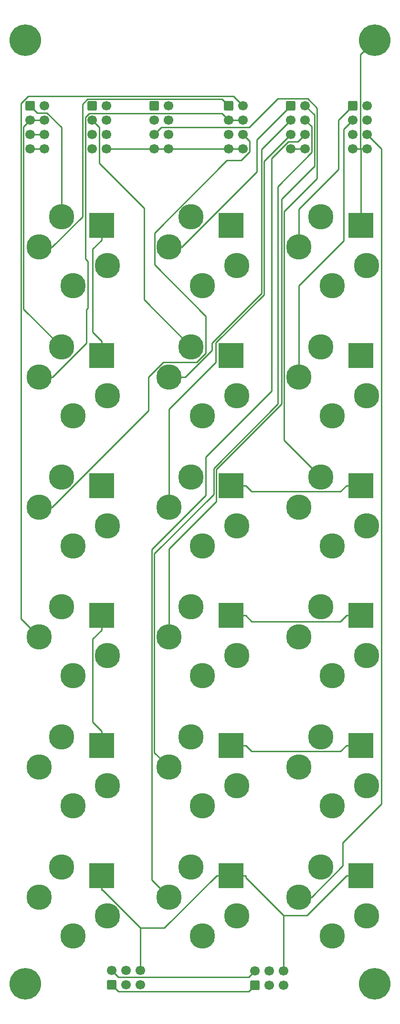
<source format=gbr>
%TF.GenerationSoftware,KiCad,Pcbnew,7.0.1*%
%TF.CreationDate,2023-03-13T20:41:13+00:00*%
%TF.ProjectId,KOSMO-POLY6-JACKS,4b4f534d-4f2d-4504-9f4c-59362d4a4143,v0.1.1*%
%TF.SameCoordinates,Original*%
%TF.FileFunction,Copper,L2,Bot*%
%TF.FilePolarity,Positive*%
%FSLAX46Y46*%
G04 Gerber Fmt 4.6, Leading zero omitted, Abs format (unit mm)*
G04 Created by KiCad (PCBNEW 7.0.1) date 2023-03-13 20:41:13*
%MOMM*%
%LPD*%
G01*
G04 APERTURE LIST*
G04 Aperture macros list*
%AMRoundRect*
0 Rectangle with rounded corners*
0 $1 Rounding radius*
0 $2 $3 $4 $5 $6 $7 $8 $9 X,Y pos of 4 corners*
0 Add a 4 corners polygon primitive as box body*
4,1,4,$2,$3,$4,$5,$6,$7,$8,$9,$2,$3,0*
0 Add four circle primitives for the rounded corners*
1,1,$1+$1,$2,$3*
1,1,$1+$1,$4,$5*
1,1,$1+$1,$6,$7*
1,1,$1+$1,$8,$9*
0 Add four rect primitives between the rounded corners*
20,1,$1+$1,$2,$3,$4,$5,0*
20,1,$1+$1,$4,$5,$6,$7,0*
20,1,$1+$1,$6,$7,$8,$9,0*
20,1,$1+$1,$8,$9,$2,$3,0*%
G04 Aperture macros list end*
%TA.AperFunction,ComponentPad*%
%ADD10RoundRect,0.250000X-0.600000X-0.600000X0.600000X-0.600000X0.600000X0.600000X-0.600000X0.600000X0*%
%TD*%
%TA.AperFunction,ComponentPad*%
%ADD11C,1.700000*%
%TD*%
%TA.AperFunction,ComponentPad*%
%ADD12C,5.600000*%
%TD*%
%TA.AperFunction,ComponentPad*%
%ADD13RoundRect,0.250000X0.600000X-0.600000X0.600000X0.600000X-0.600000X0.600000X-0.600000X-0.600000X0*%
%TD*%
%TA.AperFunction,ComponentPad*%
%ADD14R,4.500000X4.500000*%
%TD*%
%TA.AperFunction,ComponentPad*%
%ADD15C,4.500000*%
%TD*%
%TA.AperFunction,Conductor*%
%ADD16C,0.250000*%
%TD*%
G04 APERTURE END LIST*
D10*
%TO.P,GATE_OUT1,1*%
%TO.N,GATE_OUT0-N*%
X58538000Y-31435000D03*
D11*
%TO.P,GATE_OUT1,2*%
%TO.N,GATE_OUT3-N*%
X61078000Y-31435000D03*
%TO.P,GATE_OUT1,3*%
%TO.N,GATE_OUT1-N*%
X58538000Y-33975000D03*
%TO.P,GATE_OUT1,4*%
X61078000Y-33975000D03*
%TO.P,GATE_OUT1,5*%
%TO.N,GATE_OUT2-N*%
X58538000Y-36515000D03*
%TO.P,GATE_OUT1,6*%
X61078000Y-36515000D03*
%TO.P,GATE_OUT1,7*%
%TO.N,GND-S*%
X58538000Y-39055000D03*
%TO.P,GATE_OUT1,8*%
X61078000Y-39055000D03*
%TD*%
D12*
%TO.P,H1,1*%
%TO.N,GND-S*%
X119657000Y-19835000D03*
%TD*%
%TO.P,H2,1*%
%TO.N,GND-S*%
X57657000Y-19837000D03*
%TD*%
%TO.P,H3,1*%
%TO.N,GND-S*%
X57669000Y-186831000D03*
%TD*%
%TO.P,H4,1*%
%TO.N,GND-S*%
X119655000Y-186829000D03*
%TD*%
D10*
%TO.P,PULSE_IN1,1*%
%TO.N,PULSE_OUT0-S*%
X115743000Y-31435000D03*
D11*
%TO.P,PULSE_IN1,2*%
%TO.N,PULSE_OUT3-S*%
X118283000Y-31435000D03*
%TO.P,PULSE_IN1,3*%
%TO.N,PULSE_OUT1-S*%
X115743000Y-33975000D03*
%TO.P,PULSE_IN1,4*%
%TO.N,PULSE_OUT4-S*%
X118283000Y-33975000D03*
%TO.P,PULSE_IN1,5*%
%TO.N,PULSE_OUT2-S*%
X115743000Y-36515000D03*
%TO.P,PULSE_IN1,6*%
%TO.N,PULSE_OUT5-S*%
X118283000Y-36515000D03*
%TO.P,PULSE_IN1,7*%
%TO.N,GND-S*%
X115743000Y-39055000D03*
%TO.P,PULSE_IN1,8*%
X118283000Y-39055000D03*
%TD*%
D10*
%TO.P,PULSE_OUT1,1*%
%TO.N,PULSE_OUT0-N*%
X80538000Y-31435000D03*
D11*
%TO.P,PULSE_OUT1,2*%
%TO.N,PULSE_OUT3-N*%
X83078000Y-31435000D03*
%TO.P,PULSE_OUT1,3*%
%TO.N,PULSE_OUT1-N*%
X80538000Y-33975000D03*
%TO.P,PULSE_OUT1,4*%
%TO.N,PULSE_OUT4-N*%
X83078000Y-33975000D03*
%TO.P,PULSE_OUT1,5*%
%TO.N,PULSE_OUT2-N*%
X80538000Y-36515000D03*
%TO.P,PULSE_OUT1,6*%
%TO.N,PULSE_OUT5-N*%
X83078000Y-36515000D03*
%TO.P,PULSE_OUT1,7*%
%TO.N,GND-S*%
X80538000Y-39055000D03*
%TO.P,PULSE_OUT1,8*%
X83078000Y-39055000D03*
%TD*%
D10*
%TO.P,RAMP_IN1,1*%
%TO.N,RAMP_OUT0-S*%
X104743000Y-31435000D03*
D11*
%TO.P,RAMP_IN1,2*%
%TO.N,RAMP_OUT3-S*%
X107283000Y-31435000D03*
%TO.P,RAMP_IN1,3*%
%TO.N,RAMP_OUT1-S*%
X104743000Y-33975000D03*
%TO.P,RAMP_IN1,4*%
%TO.N,RAMP_OUT4-S*%
X107283000Y-33975000D03*
%TO.P,RAMP_IN1,5*%
%TO.N,RAMP_OUT2-S*%
X104743000Y-36515000D03*
%TO.P,RAMP_IN1,6*%
%TO.N,RAMP_OUT5-S*%
X107283000Y-36515000D03*
%TO.P,RAMP_IN1,7*%
%TO.N,GND-S*%
X104743000Y-39055000D03*
%TO.P,RAMP_IN1,8*%
X107283000Y-39055000D03*
%TD*%
D10*
%TO.P,RAMP_OUT1,1*%
%TO.N,RAMP_OUT0-N*%
X69538000Y-31435000D03*
D11*
%TO.P,RAMP_OUT1,2*%
%TO.N,RAMP_OUT3-N*%
X72078000Y-31435000D03*
%TO.P,RAMP_OUT1,3*%
%TO.N,RAMP_OUT1-N*%
X69538000Y-33975000D03*
%TO.P,RAMP_OUT1,4*%
%TO.N,RAMP_OUT4-N*%
X72078000Y-33975000D03*
%TO.P,RAMP_OUT1,5*%
%TO.N,RAMP_OUT2-N*%
X69538000Y-36515000D03*
%TO.P,RAMP_OUT1,6*%
%TO.N,RAMP_OUT5-N*%
X72078000Y-36515000D03*
%TO.P,RAMP_OUT1,7*%
%TO.N,GND-S*%
X69538000Y-39055000D03*
%TO.P,RAMP_OUT1,8*%
X72078000Y-39055000D03*
%TD*%
D13*
%TO.P,PowerIN1,1*%
%TO.N,+12V*%
X72973000Y-186988000D03*
D11*
%TO.P,PowerIN1,2*%
%TO.N,-12V*%
X72973000Y-184448000D03*
%TO.P,PowerIN1,3*%
%TO.N,+5V*%
X75513000Y-186988000D03*
%TO.P,PowerIN1,4*%
%TO.N,+3V3*%
X75513000Y-184448000D03*
%TO.P,PowerIN1,5*%
%TO.N,GND-S*%
X78053000Y-186988000D03*
%TO.P,PowerIN1,6*%
X78053000Y-184448000D03*
%TD*%
D13*
%TO.P,PowerOUT1,1*%
%TO.N,+12V*%
X98368000Y-187057000D03*
D11*
%TO.P,PowerOUT1,2*%
%TO.N,-12V*%
X98368000Y-184517000D03*
%TO.P,PowerOUT1,3*%
%TO.N,+5V*%
X100908000Y-187057000D03*
%TO.P,PowerOUT1,4*%
%TO.N,+3V3*%
X100908000Y-184517000D03*
%TO.P,PowerOUT1,5*%
%TO.N,GND-S*%
X103448000Y-187057000D03*
%TO.P,PowerOUT1,6*%
X103448000Y-184517000D03*
%TD*%
D10*
%TO.P,GATE_IN1,1*%
%TO.N,GATE_OUT0-S*%
X93743000Y-31435000D03*
D11*
%TO.P,GATE_IN1,2*%
%TO.N,GATE_OUT3-S*%
X96283000Y-31435000D03*
%TO.P,GATE_IN1,3*%
%TO.N,GATE_OUT1-S*%
X93743000Y-33975000D03*
%TO.P,GATE_IN1,4*%
X96283000Y-33975000D03*
%TO.P,GATE_IN1,5*%
%TO.N,GATE_OUT2-S*%
X93743000Y-36515000D03*
%TO.P,GATE_IN1,6*%
X96283000Y-36515000D03*
%TO.P,GATE_IN1,7*%
%TO.N,GND-S*%
X93743000Y-39055000D03*
%TO.P,GATE_IN1,8*%
X96283000Y-39055000D03*
%TD*%
D14*
%TO.P,J1,G*%
%TO.N,GND-S*%
X94181000Y-52666000D03*
D15*
%TO.P,J1,S*%
%TO.N,Net-(J1-PadS)*%
X89101000Y-63334000D03*
%TO.P,J1,SN*%
%TO.N,Net-(J1-PadSN)*%
X95197000Y-59778000D03*
%TO.P,J1,T*%
%TO.N,RAMP_OUT0-S*%
X83132000Y-56476000D03*
%TO.P,J1,TN*%
%TO.N,RAMP_OUT0-N*%
X87069000Y-51142000D03*
%TD*%
D14*
%TO.P,J2,G*%
%TO.N,GND-S*%
X117181000Y-52666000D03*
D15*
%TO.P,J2,S*%
%TO.N,Net-(J2-PadS)*%
X112101000Y-63334000D03*
%TO.P,J2,SN*%
%TO.N,Net-(J2-PadSN)*%
X118197000Y-59778000D03*
%TO.P,J2,T*%
%TO.N,PULSE_OUT0-S*%
X106132000Y-56476000D03*
%TO.P,J2,TN*%
%TO.N,PULSE_OUT0-N*%
X110069000Y-51142000D03*
%TD*%
D14*
%TO.P,J3,G*%
%TO.N,GND-S*%
X71181000Y-52666000D03*
D15*
%TO.P,J3,S*%
%TO.N,Net-(J3-PadS)*%
X66101000Y-63334000D03*
%TO.P,J3,SN*%
%TO.N,Net-(J3-PadSN)*%
X72197000Y-59778000D03*
%TO.P,J3,T*%
%TO.N,GATE_OUT0-S*%
X60132000Y-56476000D03*
%TO.P,J3,TN*%
%TO.N,GATE_OUT0-N*%
X64069000Y-51142000D03*
%TD*%
D14*
%TO.P,J4,G*%
%TO.N,GND-S*%
X94181000Y-75666000D03*
D15*
%TO.P,J4,S*%
%TO.N,Net-(J4-PadS)*%
X89101000Y-86334000D03*
%TO.P,J4,SN*%
%TO.N,Net-(J4-PadSN)*%
X95197000Y-82778000D03*
%TO.P,J4,T*%
%TO.N,RAMP_OUT1-S*%
X83132000Y-79476000D03*
%TO.P,J4,TN*%
%TO.N,RAMP_OUT1-N*%
X87069000Y-74142000D03*
%TD*%
D14*
%TO.P,J5,G*%
%TO.N,GND-S*%
X117181000Y-75666000D03*
D15*
%TO.P,J5,S*%
%TO.N,Net-(J5-PadS)*%
X112101000Y-86334000D03*
%TO.P,J5,SN*%
%TO.N,Net-(J5-PadSN)*%
X118197000Y-82778000D03*
%TO.P,J5,T*%
%TO.N,PULSE_OUT1-S*%
X106132000Y-79476000D03*
%TO.P,J5,TN*%
%TO.N,PULSE_OUT1-N*%
X110069000Y-74142000D03*
%TD*%
D14*
%TO.P,J6,G*%
%TO.N,GND-S*%
X71181000Y-75666000D03*
D15*
%TO.P,J6,S*%
%TO.N,Net-(J6-PadS)*%
X66101000Y-86334000D03*
%TO.P,J6,SN*%
%TO.N,Net-(J6-PadSN)*%
X72197000Y-82778000D03*
%TO.P,J6,T*%
%TO.N,GATE_OUT1-S*%
X60132000Y-79476000D03*
%TO.P,J6,TN*%
%TO.N,GATE_OUT1-N*%
X64069000Y-74142000D03*
%TD*%
D14*
%TO.P,J7,G*%
%TO.N,GND-S*%
X94181000Y-98666000D03*
D15*
%TO.P,J7,S*%
%TO.N,Net-(J7-PadS)*%
X89101000Y-109334000D03*
%TO.P,J7,SN*%
%TO.N,Net-(J7-PadSN)*%
X95197000Y-105778000D03*
%TO.P,J7,T*%
%TO.N,RAMP_OUT2-S*%
X83132000Y-102476000D03*
%TO.P,J7,TN*%
%TO.N,RAMP_OUT2-N*%
X87069000Y-97142000D03*
%TD*%
D14*
%TO.P,J8,G*%
%TO.N,GND-S*%
X117181000Y-98666000D03*
D15*
%TO.P,J8,S*%
%TO.N,Net-(J8-PadS)*%
X112101000Y-109334000D03*
%TO.P,J8,SN*%
%TO.N,Net-(J8-PadSN)*%
X118197000Y-105778000D03*
%TO.P,J8,T*%
%TO.N,PULSE_OUT2-S*%
X106132000Y-102476000D03*
%TO.P,J8,TN*%
%TO.N,PULSE_OUT2-N*%
X110069000Y-97142000D03*
%TD*%
D14*
%TO.P,J9,G*%
%TO.N,GND-S*%
X71181000Y-98666000D03*
D15*
%TO.P,J9,S*%
%TO.N,Net-(J9-PadS)*%
X66101000Y-109334000D03*
%TO.P,J9,SN*%
%TO.N,Net-(J9-PadSN)*%
X72197000Y-105778000D03*
%TO.P,J9,T*%
%TO.N,GATE_OUT2-S*%
X60132000Y-102476000D03*
%TO.P,J9,TN*%
%TO.N,GATE_OUT2-N*%
X64069000Y-97142000D03*
%TD*%
D14*
%TO.P,J10,G*%
%TO.N,GND-S*%
X94181000Y-121666000D03*
D15*
%TO.P,J10,S*%
%TO.N,Net-(J10-PadS)*%
X89101000Y-132334000D03*
%TO.P,J10,SN*%
%TO.N,Net-(J10-PadSN)*%
X95197000Y-128778000D03*
%TO.P,J10,T*%
%TO.N,RAMP_OUT3-S*%
X83132000Y-125476000D03*
%TO.P,J10,TN*%
%TO.N,RAMP_OUT3-N*%
X87069000Y-120142000D03*
%TD*%
D14*
%TO.P,J11,G*%
%TO.N,GND-S*%
X117181000Y-121666000D03*
D15*
%TO.P,J11,S*%
%TO.N,Net-(J11-PadS)*%
X112101000Y-132334000D03*
%TO.P,J11,SN*%
%TO.N,Net-(J11-PadSN)*%
X118197000Y-128778000D03*
%TO.P,J11,T*%
%TO.N,PULSE_OUT3-S*%
X106132000Y-125476000D03*
%TO.P,J11,TN*%
%TO.N,PULSE_OUT3-N*%
X110069000Y-120142000D03*
%TD*%
D14*
%TO.P,J12,G*%
%TO.N,GND-S*%
X71181000Y-121666000D03*
D15*
%TO.P,J12,S*%
%TO.N,Net-(J12-PadS)*%
X66101000Y-132334000D03*
%TO.P,J12,SN*%
%TO.N,Net-(J12-PadSN)*%
X72197000Y-128778000D03*
%TO.P,J12,T*%
%TO.N,GATE_OUT3-S*%
X60132000Y-125476000D03*
%TO.P,J12,TN*%
%TO.N,GATE_OUT3-N*%
X64069000Y-120142000D03*
%TD*%
D14*
%TO.P,J13,G*%
%TO.N,GND-S*%
X94181000Y-144666000D03*
D15*
%TO.P,J13,S*%
%TO.N,Net-(J13-PadS)*%
X89101000Y-155334000D03*
%TO.P,J13,SN*%
%TO.N,Net-(J13-PadSN)*%
X95197000Y-151778000D03*
%TO.P,J13,T*%
%TO.N,RAMP_OUT4-S*%
X83132000Y-148476000D03*
%TO.P,J13,TN*%
%TO.N,RAMP_OUT4-N*%
X87069000Y-143142000D03*
%TD*%
D14*
%TO.P,J14,G*%
%TO.N,GND-S*%
X117181000Y-144666000D03*
D15*
%TO.P,J14,S*%
%TO.N,Net-(J14-PadS)*%
X112101000Y-155334000D03*
%TO.P,J14,SN*%
%TO.N,Net-(J14-PadSN)*%
X118197000Y-151778000D03*
%TO.P,J14,T*%
%TO.N,PULSE_OUT4-S*%
X106132000Y-148476000D03*
%TO.P,J14,TN*%
%TO.N,PULSE_OUT4-N*%
X110069000Y-143142000D03*
%TD*%
D14*
%TO.P,J15,G*%
%TO.N,GND-S*%
X71181000Y-144666000D03*
D15*
%TO.P,J15,S*%
%TO.N,Net-(J15-PadS)*%
X66101000Y-155334000D03*
%TO.P,J15,SN*%
%TO.N,Net-(J15-PadSN)*%
X72197000Y-151778000D03*
%TO.P,J15,T*%
%TO.N,GATE_OUT1-S*%
X60132000Y-148476000D03*
%TO.P,J15,TN*%
%TO.N,GATE_OUT1-N*%
X64069000Y-143142000D03*
%TD*%
D14*
%TO.P,J16,G*%
%TO.N,GND-S*%
X94181000Y-167666000D03*
D15*
%TO.P,J16,S*%
%TO.N,Net-(J16-PadS)*%
X89101000Y-178334000D03*
%TO.P,J16,SN*%
%TO.N,Net-(J16-PadSN)*%
X95197000Y-174778000D03*
%TO.P,J16,T*%
%TO.N,RAMP_OUT5-S*%
X83132000Y-171476000D03*
%TO.P,J16,TN*%
%TO.N,RAMP_OUT5-N*%
X87069000Y-166142000D03*
%TD*%
D14*
%TO.P,J17,G*%
%TO.N,GND-S*%
X117181000Y-167666000D03*
D15*
%TO.P,J17,S*%
%TO.N,Net-(J17-PadS)*%
X112101000Y-178334000D03*
%TO.P,J17,SN*%
%TO.N,Net-(J17-PadSN)*%
X118197000Y-174778000D03*
%TO.P,J17,T*%
%TO.N,PULSE_OUT5-S*%
X106132000Y-171476000D03*
%TO.P,J17,TN*%
%TO.N,PULSE_OUT5-N*%
X110069000Y-166142000D03*
%TD*%
D14*
%TO.P,J18,G*%
%TO.N,GND-S*%
X71181000Y-167666000D03*
D15*
%TO.P,J18,S*%
%TO.N,Net-(J18-PadS)*%
X66101000Y-178334000D03*
%TO.P,J18,SN*%
%TO.N,Net-(J18-PadSN)*%
X72197000Y-174778000D03*
%TO.P,J18,T*%
%TO.N,GATE_OUT2-S*%
X60132000Y-171476000D03*
%TO.P,J18,TN*%
%TO.N,GATE_OUT2-N*%
X64069000Y-166142000D03*
%TD*%
D16*
%TO.N,GND-S*%
X69621600Y-56800700D02*
X69621600Y-71531300D01*
X71181000Y-142090700D02*
X69610000Y-140519700D01*
X94181000Y-121666000D02*
X96756300Y-121666000D01*
X113543700Y-145728000D02*
X114605700Y-144666000D01*
X103448000Y-174700700D02*
X103448000Y-184517000D01*
X94181000Y-167666000D02*
X91605700Y-167666000D01*
X94181000Y-98666000D02*
X96756300Y-98666000D01*
X71181000Y-144666000D02*
X71181000Y-142090700D01*
X117181000Y-121666000D02*
X114605700Y-121666000D01*
X83078000Y-39055000D02*
X80538000Y-39055000D01*
X117181000Y-144666000D02*
X114605700Y-144666000D01*
X117181000Y-39055000D02*
X118283000Y-39055000D01*
X82319400Y-176952300D02*
X91605700Y-167666000D01*
X71181000Y-170241300D02*
X71342000Y-170241300D01*
X71181000Y-52666000D02*
X71181000Y-55241300D01*
X117181000Y-50090700D02*
X117181000Y-39055000D01*
X69610000Y-140519700D02*
X69610000Y-125812300D01*
X117181000Y-98666000D02*
X114605700Y-98666000D01*
X117181000Y-167666000D02*
X114605700Y-167666000D01*
X113543700Y-122728000D02*
X114605700Y-121666000D01*
X96283000Y-39055000D02*
X93743000Y-39055000D01*
X71181000Y-75666000D02*
X71181000Y-73090700D01*
X69610000Y-125812300D02*
X71181000Y-124241300D01*
X97818300Y-145728000D02*
X113543700Y-145728000D01*
X107571000Y-174700700D02*
X103448000Y-174700700D01*
X117107600Y-39055000D02*
X117181000Y-39055000D01*
X69621600Y-71531300D02*
X71181000Y-73090700D01*
X117107600Y-22384400D02*
X119657000Y-19835000D01*
X78053000Y-176952300D02*
X82319400Y-176952300D01*
X97818300Y-122728000D02*
X113543700Y-122728000D01*
X71181000Y-167666000D02*
X71181000Y-170241300D01*
X78053000Y-176952300D02*
X78053000Y-184448000D01*
X94181000Y-167666000D02*
X96756300Y-167666000D01*
X71181000Y-55241300D02*
X69621600Y-56800700D01*
X94181000Y-144666000D02*
X96756300Y-144666000D01*
X97818300Y-99728000D02*
X113543700Y-99728000D01*
X114605700Y-167666000D02*
X107571000Y-174700700D01*
X96756300Y-98666000D02*
X97818300Y-99728000D01*
X80538000Y-39055000D02*
X72078000Y-39055000D01*
X96756300Y-144666000D02*
X97818300Y-145728000D01*
X93743000Y-39055000D02*
X83078000Y-39055000D01*
X117181000Y-52666000D02*
X117181000Y-50090700D01*
X96756300Y-121666000D02*
X97818300Y-122728000D01*
X96756300Y-168009000D02*
X96756300Y-167666000D01*
X117107600Y-39055000D02*
X117107600Y-22384400D01*
X61078000Y-39055000D02*
X58538000Y-39055000D01*
X71181000Y-121666000D02*
X71181000Y-124241300D01*
X104743000Y-39055000D02*
X107283000Y-39055000D01*
X71342000Y-170241300D02*
X78053000Y-176952300D01*
X103448000Y-174700700D02*
X96756300Y-168009000D01*
X115743000Y-39055000D02*
X117107600Y-39055000D01*
X113543700Y-99728000D02*
X114605700Y-98666000D01*
%TO.N,GATE_OUT2-S*%
X93413400Y-41148400D02*
X95889000Y-41148400D01*
X82119000Y-76841100D02*
X88035500Y-76841100D01*
X60132000Y-102476000D02*
X62377600Y-102476000D01*
X89650500Y-75226100D02*
X89650500Y-68695900D01*
X88035500Y-76841100D02*
X89650500Y-75226100D01*
X89650500Y-68695900D02*
X80556600Y-59602000D01*
X80556600Y-59602000D02*
X80556600Y-54005200D01*
X79483800Y-85369800D02*
X79483800Y-79476300D01*
X97477000Y-39560400D02*
X97477000Y-37709000D01*
X79483800Y-79476300D02*
X82119000Y-76841100D01*
X62377600Y-102476000D02*
X79483800Y-85369800D01*
X80556600Y-54005200D02*
X93413400Y-41148400D01*
X97477000Y-37709000D02*
X96283000Y-36515000D01*
X95889000Y-41148400D02*
X97477000Y-39560400D01*
%TO.N,GATE_OUT1-S*%
X92567600Y-32799600D02*
X69023500Y-32799600D01*
X69023500Y-32799600D02*
X68319200Y-33503900D01*
X68319200Y-33503900D02*
X68319200Y-58591800D01*
X93743000Y-33975000D02*
X92567600Y-32799600D01*
X68451100Y-67571100D02*
X68451100Y-73470900D01*
X68451100Y-73470900D02*
X62446000Y-79476000D01*
X68735900Y-67286300D02*
X68451100Y-67571100D01*
X68319200Y-58591800D02*
X68735900Y-59008500D01*
X93743000Y-33975000D02*
X96283000Y-33975000D01*
X62446000Y-79476000D02*
X60132000Y-79476000D01*
X68735900Y-59008500D02*
X68735900Y-67286300D01*
%TO.N,GATE_OUT3-S*%
X60132000Y-125476000D02*
X56905000Y-122249000D01*
X56905000Y-31037900D02*
X58202500Y-29740400D01*
X58202500Y-29740400D02*
X94588400Y-29740400D01*
X94588400Y-29740400D02*
X96283000Y-31435000D01*
X56905000Y-122249000D02*
X56905000Y-31037900D01*
%TO.N,GATE_OUT0-S*%
X62405100Y-56476000D02*
X67774300Y-51106800D01*
X67774300Y-51106800D02*
X67774300Y-31179100D01*
X67774300Y-31179100D02*
X68700800Y-30252600D01*
X68700800Y-30252600D02*
X92560600Y-30252600D01*
X92560600Y-30252600D02*
X93743000Y-31435000D01*
X60132000Y-56476000D02*
X62405100Y-56476000D01*
%TO.N,RAMP_OUT0-S*%
X83132000Y-56476000D02*
X85398200Y-56476000D01*
X98730300Y-43143900D02*
X98730300Y-37447700D01*
X85398200Y-56476000D02*
X98730300Y-43143900D01*
X98730300Y-37447700D02*
X104743000Y-31435000D01*
%TO.N,PULSE_OUT0-S*%
X113207200Y-42699500D02*
X113207200Y-33970800D01*
X113207200Y-33970800D02*
X115743000Y-31435000D01*
X106132000Y-49774700D02*
X113207200Y-42699500D01*
X106132000Y-56476000D02*
X106132000Y-49774700D01*
%TO.N,RAMP_OUT1-S*%
X104743000Y-33975000D02*
X99539100Y-39178900D01*
X99539100Y-39178900D02*
X99539100Y-64700600D01*
X99539100Y-64700600D02*
X90789100Y-73450600D01*
X90789100Y-73450600D02*
X90789100Y-74724400D01*
X90789100Y-74724400D02*
X86037500Y-79476000D01*
X86037500Y-79476000D02*
X83132000Y-79476000D01*
%TO.N,PULSE_OUT1-S*%
X106132000Y-63334000D02*
X114087200Y-55378800D01*
X114087200Y-35630800D02*
X115743000Y-33975000D01*
X114087200Y-55378800D02*
X114087200Y-35630800D01*
X106132000Y-79476000D02*
X106132000Y-63334000D01*
%TO.N,RAMP_OUT2-S*%
X83132000Y-85171500D02*
X91464400Y-76839100D01*
X91464400Y-73412300D02*
X99989500Y-64887200D01*
X99989500Y-64887200D02*
X99989500Y-41268500D01*
X91464400Y-76839100D02*
X91464400Y-73412300D01*
X99989500Y-41268500D02*
X104743000Y-36515000D01*
X83132000Y-102476000D02*
X83132000Y-85171500D01*
%TO.N,RAMP_OUT3-S*%
X91512000Y-101495400D02*
X91512000Y-95799900D01*
X103077800Y-47994100D02*
X108922700Y-42149200D01*
X103077800Y-84234100D02*
X103077800Y-47994100D01*
X91512000Y-95799900D02*
X103077800Y-84234100D01*
X108922700Y-33074700D02*
X107283000Y-31435000D01*
X83132000Y-109875400D02*
X91512000Y-101495400D01*
X108922700Y-42149200D02*
X108922700Y-33074700D01*
X83132000Y-125476000D02*
X83132000Y-109875400D01*
%TO.N,RAMP_OUT4-S*%
X91061700Y-95613300D02*
X102429700Y-84245300D01*
X102429700Y-45738700D02*
X108458800Y-39709600D01*
X91061700Y-100231000D02*
X91061700Y-95613300D01*
X83132000Y-148476000D02*
X80554400Y-145898400D01*
X108458800Y-39709600D02*
X108458800Y-35150800D01*
X80554400Y-145898400D02*
X80554400Y-110738300D01*
X80554400Y-110738300D02*
X91061700Y-100231000D01*
X108458800Y-35150800D02*
X107283000Y-33975000D01*
X102429700Y-84245300D02*
X102429700Y-45738700D01*
%TO.N,PULSE_OUT5-S*%
X108421000Y-171476000D02*
X113991500Y-165905500D01*
X113991500Y-165905500D02*
X113991500Y-161817900D01*
X106132000Y-171476000D02*
X108421000Y-171476000D01*
X120819900Y-39051900D02*
X118283000Y-36515000D01*
X120819900Y-154989500D02*
X120819900Y-39051900D01*
X113991500Y-161817900D02*
X120819900Y-154989500D01*
%TO.N,RAMP_OUT5-S*%
X106013000Y-37785000D02*
X107283000Y-36515000D01*
X83132000Y-171476000D02*
X80104000Y-168448000D01*
X80104000Y-109914900D02*
X89644400Y-100374500D01*
X101365500Y-81919500D02*
X101365500Y-40766100D01*
X101365500Y-40766100D02*
X104346600Y-37785000D01*
X89644400Y-93640600D02*
X101365500Y-81919500D01*
X89644400Y-100374500D02*
X89644400Y-93640600D01*
X80104000Y-168448000D02*
X80104000Y-109914900D01*
X104346600Y-37785000D02*
X106013000Y-37785000D01*
%TO.N,GATE_OUT2-N*%
X58538000Y-36515000D02*
X61078000Y-36515000D01*
%TO.N,GATE_OUT1-N*%
X57355400Y-67428400D02*
X57355400Y-35157600D01*
X58538000Y-33975000D02*
X61078000Y-33975000D01*
X64069000Y-74142000D02*
X57355400Y-67428400D01*
X57355400Y-35157600D02*
X58538000Y-33975000D01*
%TO.N,GATE_OUT0-N*%
X64069000Y-35280400D02*
X61493600Y-32705000D01*
X64069000Y-51142000D02*
X64069000Y-35280400D01*
X61493600Y-32705000D02*
X59808000Y-32705000D01*
X59808000Y-32705000D02*
X58538000Y-31435000D01*
%TO.N,RAMP_OUT1-N*%
X70808000Y-41662600D02*
X70808000Y-35245000D01*
X87069000Y-74142000D02*
X78729400Y-65802400D01*
X70808000Y-35245000D02*
X69538000Y-33975000D01*
X78729400Y-65802400D02*
X78729400Y-49584000D01*
X78729400Y-49584000D02*
X70808000Y-41662600D01*
%TO.N,PULSE_OUT2-N*%
X110069000Y-97142000D02*
X103555300Y-90628300D01*
X81808000Y-35245000D02*
X80538000Y-36515000D01*
X109404900Y-31869900D02*
X107743900Y-30208900D01*
X103555300Y-50159300D02*
X109404900Y-44309700D01*
X97382200Y-35245000D02*
X81808000Y-35245000D01*
X103555300Y-90628300D02*
X103555300Y-50159300D01*
X107743900Y-30208900D02*
X102418300Y-30208900D01*
X109404900Y-44309700D02*
X109404900Y-31869900D01*
X102418300Y-30208900D02*
X97382200Y-35245000D01*
%TO.N,-12V*%
X97256400Y-185628600D02*
X98368000Y-184517000D01*
X74153600Y-185628600D02*
X97256400Y-185628600D01*
X72973000Y-184448000D02*
X74153600Y-185628600D01*
%TO.N,+12V*%
X72973000Y-186988000D02*
X74164900Y-188179900D01*
X97245100Y-188179900D02*
X98368000Y-187057000D01*
X74164900Y-188179900D02*
X97245100Y-188179900D01*
%TD*%
M02*

</source>
